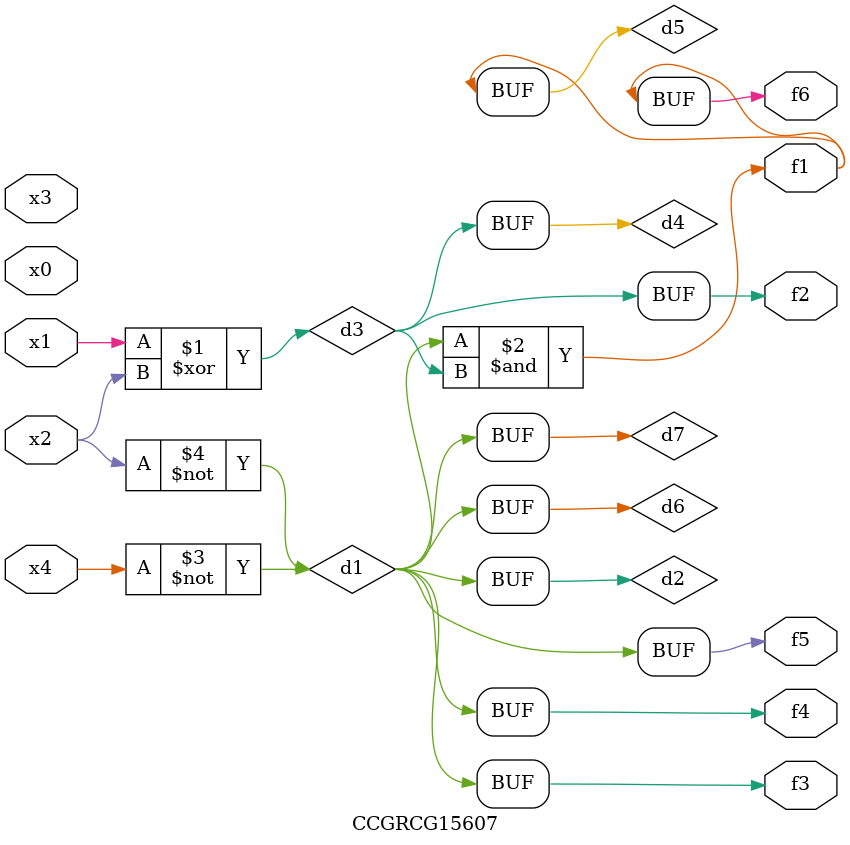
<source format=v>
module CCGRCG15607(
	input x0, x1, x2, x3, x4,
	output f1, f2, f3, f4, f5, f6
);

	wire d1, d2, d3, d4, d5, d6, d7;

	not (d1, x4);
	not (d2, x2);
	xor (d3, x1, x2);
	buf (d4, d3);
	and (d5, d1, d3);
	buf (d6, d1, d2);
	buf (d7, d2);
	assign f1 = d5;
	assign f2 = d4;
	assign f3 = d7;
	assign f4 = d7;
	assign f5 = d7;
	assign f6 = d5;
endmodule

</source>
